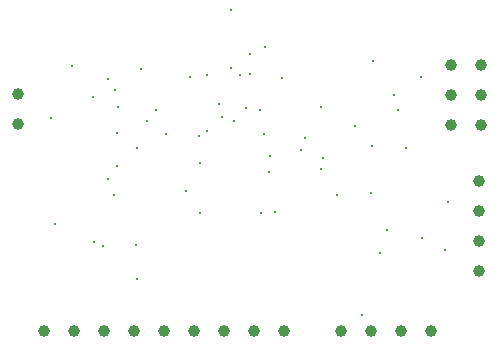
<source format=gbr>
%TF.GenerationSoftware,KiCad,Pcbnew,9.0.6*%
%TF.CreationDate,2025-12-29T02:06:04+05:30*%
%TF.ProjectId,DATA LOGGER,44415441-204c-44f4-9747-45522e6b6963,rev?*%
%TF.SameCoordinates,Original*%
%TF.FileFunction,Plated,1,4,PTH,Drill*%
%TF.FilePolarity,Positive*%
%FSLAX46Y46*%
G04 Gerber Fmt 4.6, Leading zero omitted, Abs format (unit mm)*
G04 Created by KiCad (PCBNEW 9.0.6) date 2025-12-29 02:06:04*
%MOMM*%
%LPD*%
G01*
G04 APERTURE LIST*
%TA.AperFunction,ViaDrill*%
%ADD10C,0.300000*%
%TD*%
%TA.AperFunction,ComponentDrill*%
%ADD11C,1.000000*%
%TD*%
G04 APERTURE END LIST*
D10*
X58340000Y-71360000D03*
X58700000Y-80380000D03*
X60130000Y-66990000D03*
X61880000Y-69610000D03*
X62033630Y-81894752D03*
X62760000Y-82230000D03*
X63160000Y-68080000D03*
X63160000Y-76575000D03*
X63720000Y-77880000D03*
X63810000Y-68990000D03*
X63920000Y-75420000D03*
X63930000Y-72640000D03*
X64000000Y-70420000D03*
X65540000Y-82140000D03*
X65640000Y-85020000D03*
X65650000Y-73940000D03*
X65990000Y-67240000D03*
X66532677Y-71668795D03*
X67240000Y-70680000D03*
X68085000Y-72715000D03*
X69830000Y-77590000D03*
X70090000Y-67910000D03*
X70900000Y-72900000D03*
X70960000Y-79390000D03*
X71020000Y-75180000D03*
X71590602Y-67777437D03*
X71600000Y-72510000D03*
X72558315Y-70219987D03*
X72870000Y-71310000D03*
X73570000Y-67180000D03*
X73600000Y-62200000D03*
X73870000Y-71640000D03*
X74340000Y-67750000D03*
X74900000Y-70520000D03*
X75175000Y-67630000D03*
X75180000Y-65950000D03*
X76040000Y-70740000D03*
X76160000Y-79400000D03*
X76360000Y-72750000D03*
X76490000Y-65350000D03*
X76780000Y-75940000D03*
X76910091Y-74577611D03*
X77320000Y-79310000D03*
X77897660Y-67949000D03*
X79555000Y-74065000D03*
X79830000Y-73100000D03*
X81224265Y-70415735D03*
X81230000Y-75710000D03*
X81360000Y-74760000D03*
X82590000Y-77930000D03*
X84094000Y-72070000D03*
X84660000Y-88020000D03*
X85460000Y-77760000D03*
X85500000Y-73760000D03*
X85590000Y-66580000D03*
X86210000Y-82830000D03*
X86810000Y-80845000D03*
X87378235Y-69403235D03*
X87774265Y-70704265D03*
X88390000Y-73920000D03*
X89700000Y-67930000D03*
X89804265Y-81505735D03*
X91720000Y-82560000D03*
X91970000Y-78460000D03*
D11*
%TO.C,BT1*%
X55550000Y-69325000D03*
X55550000Y-71865000D03*
%TO.C,J2*%
X57765000Y-89400000D03*
X60305000Y-89400000D03*
X62845000Y-89400000D03*
X65385000Y-89400000D03*
X67925000Y-89400000D03*
X70465000Y-89400000D03*
X73005000Y-89400000D03*
X75545000Y-89400000D03*
X78085000Y-89400000D03*
%TO.C,J1*%
X82911000Y-89400000D03*
X85451000Y-89400000D03*
X87991000Y-89400000D03*
X90531000Y-89400000D03*
%TO.C,J4*%
X92210000Y-66925000D03*
X92210000Y-69465000D03*
X92210000Y-72005000D03*
%TO.C,J3*%
X94600000Y-76695000D03*
X94600000Y-79235000D03*
X94600000Y-81775000D03*
X94600000Y-84315000D03*
%TO.C,J4*%
X94750000Y-66925000D03*
X94750000Y-69465000D03*
X94750000Y-72005000D03*
M02*

</source>
